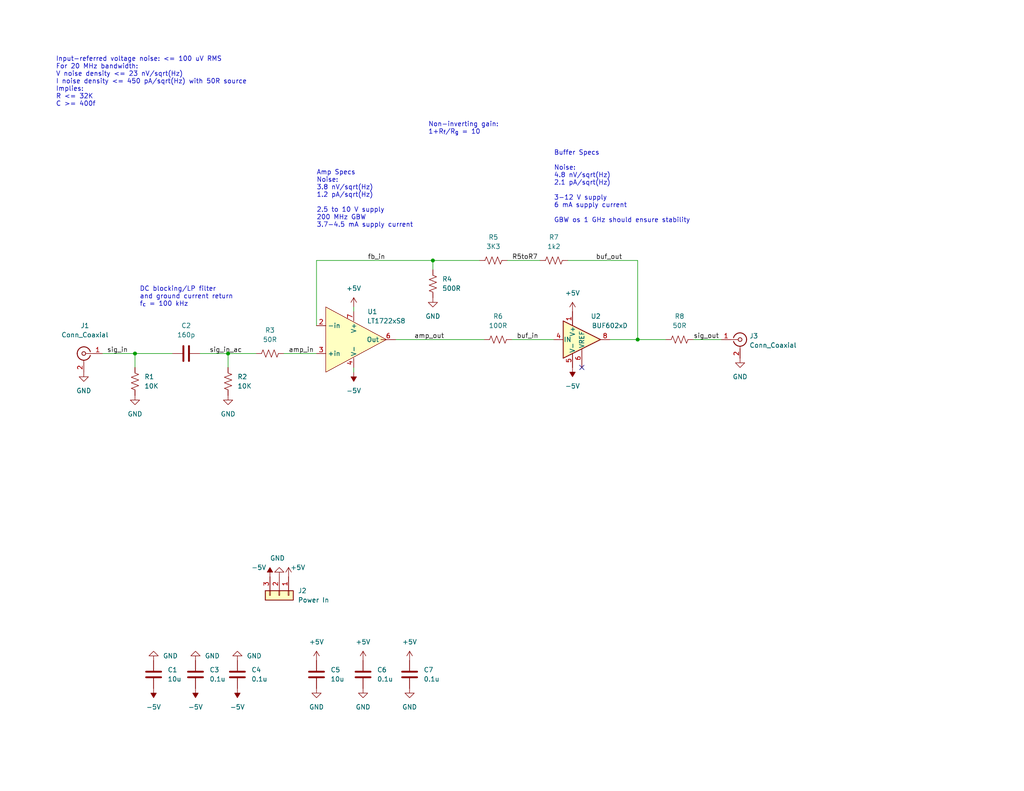
<source format=kicad_sch>
(kicad_sch (version 20211123) (generator eeschema)
  (paper "USLetter")
  (title_block (title "Low Noise Amplifier SMA 10x") (date "2022-03-03") (rev "0.1") (company "HugonLabs"))
  (lib_symbols
    (symbol "Amplifier_Buffer:BUF602xD" (pin_names (offset 0.127))
      (property "Reference" "U" (at 6.35 2.54 0))
      (property "Value" "BUF602xD" (at 7.62 -2.54 0))
      (symbol "BUF602xD_0_1"
        (polyline (pts (xy 5.08 0) (xy -5.08 5.08) (xy -5.08 -5.08) (xy 5.08 0)) (stroke (width 0.254)) (fill (type background)))
      )
      (symbol "BUF602xD_1_1"
        (pin power_in line (at -2.54 7.62 270) (length 3.81) (name "V+") (number "1"))
        (pin no_connect line (at -5.08 5.08 0) (length 2.54) hide (name "NC") (number "2"))
        (pin no_connect line (at -5.08 2.54 0) (length 2.54) hide (name "NC") (number "3"))
        (pin input line (at -7.62 0 0) (length 2.54) (name "IN") (number "4"))
        (pin power_in line (at -2.54 -7.62 90) (length 3.81) (name "V-") (number "5"))
        (pin output line (at 0 -7.62 90) (length 5.08) (name "VREF") (number "6"))
        (pin no_connect line (at -5.08 -2.54 0) (length 2.54) hide (name "NC") (number "7"))
        (pin output line (at 7.62 0 180) (length 2.54) (name "~") (number "8"))
      )
    )
    (symbol "Connector:Conn_Coaxial" (pin_names (offset 1.016) hide)
      (property "Reference" "J" (at 0.254 3.048 0))
      (property "Value" "Conn_Coaxial" (at 2.921 0 90))
      (symbol "Conn_Coaxial_0_1"
        (arc (start -1.778 -0.508) (mid 0.222 -1.808) (end 1.778 0) (stroke (width 0.254)))
        (polyline (pts (xy -2.54 0) (xy -0.508 0)))
        (polyline (pts (xy 0 -2.54) (xy 0 -1.778)))
        (circle (center 0 0) (radius 0.508) (stroke (width 0.2032)))
        (arc (start 1.778 0) (mid 0.222 1.8083) (end -1.778 0.508) (stroke (width 0.254)))
      )
      (symbol "Conn_Coaxial_1_1"
        (pin passive line (at -5.08 0 0) (length 2.54) (name "In") (number "1"))
        (pin passive line (at 0 -5.08 90) (length 2.54) (name "Ext") (number "2"))
      )
    )
    (symbol "Device:C" (pin_numbers hide) (pin_names (offset 0.254))
      (property "Reference" "C" (at 0.635 2.54 0))
      (property "Value" "C" (at 0.635 -2.54 0))
      (symbol "C_0_1"
        (polyline (pts (xy -2.032 -0.762) (xy 2.032 -0.762)) (stroke (width 0.508)))
        (polyline (pts (xy -2.032 0.762) (xy 2.032 0.762)) (stroke (width 0.508)))
      )
      (symbol "C_1_1"
        (pin passive line (at 0 3.81 270) (length 2.794) (name "~") (number "1"))
        (pin passive line (at 0 -3.81 90) (length 2.794) (name "~") (number "2"))
      )
    )
    (symbol "Device:R_US" (pin_numbers hide) (pin_names (offset 0))
      (property "Reference" "R" (at 2.54 0 90))
      (property "Value" "R_US" (at -2.54 0 90))
      (symbol "R_US_0_1"
        (polyline (pts (xy 0 -2.286) (xy 0 -2.54)))
        (polyline (pts (xy 0 2.286) (xy 0 2.54)))
        (polyline (pts (xy 0 -0.762) (xy 1.016 -1.143) (xy 0 -1.524) (xy -1.016 -1.905) (xy 0 -2.286)))
        (polyline (pts (xy 0 0.762) (xy 1.016 0.381) (xy 0 0) (xy -1.016 -0.381) (xy 0 -0.762)))
        (polyline (pts (xy 0 2.286) (xy 1.016 1.905) (xy 0 1.524) (xy -1.016 1.143) (xy 0 0.762)))
      )
      (symbol "R_US_1_1"
        (pin passive line (at 0 3.81 270) (length 1.27) (name "~") (number "1"))
        (pin passive line (at 0 -3.81 90) (length 1.27) (name "~") (number "2"))
      )
    )
    (symbol "New_Library:LT1722xS8"
      (property "Reference" "U" (at 2.54 8.89 0))
      (property "Value" "LT1722xS8" (at 2.54 11.43 0))
      (symbol "LT1722xS8_0_0"
        (pin no_connect non_logic (at 15.24 8.89 270) (length 2.54) hide (name "NC") (number "1"))
        (pin no_connect non_logic (at 22.86 8.89 270) (length 2.54) hide (name "NC") (number "5"))
        (pin no_connect non_logic (at 17.78 8.89 270) (length 2.54) hide (name "NC") (number "8"))
      )
      (symbol "LT1722xS8_0_1"
        (polyline (pts (xy -8.89 8.89) (xy 7.62 0) (xy -8.89 -8.89) (xy -8.89 8.89)) (fill (type background)))
      )
      (symbol "LT1722xS8_1_1"
        (pin input line (at -11.43 3.81 0) (length 2.54) (name "-in") (number "2"))
        (pin input line (at -11.43 -3.81 0) (length 2.54) (name "+in") (number "3"))
        (pin power_in line (at -1.27 -7.62 90) (length 2.54) (name "V-") (number "4"))
        (pin output line (at 10.16 0 180) (length 4) (name "Out") (number "6"))
        (pin power_in line (at -1.27 7.62 270) (length 2.54) (name "V+") (number "7"))
      )
    )
    (symbol "New_Library:Power-NanoFit-01x03" (pin_names (offset 1.016) hide)
      (property "Reference" "J" (at 0 5.08 0))
      (property "Value" "Power-NanoFit-01x03" (at 0 -5.08 0))
      (symbol "Power-NanoFit-01x03_1_1"
        (rectangle (start -1.27 -2.413) (end 0 -2.667) (stroke (width 0.1524)))
        (rectangle (start -1.27 0.127) (end 0 -0.127) (stroke (width 0.1524)))
        (rectangle (start -1.27 2.667) (end 0 2.413) (stroke (width 0.1524)))
        (rectangle (start -1.27 3.81) (end 1.27 -3.81) (stroke (width 0.254)) (fill (type background)))
        (pin power_out line (at -5.08 2.54 0) (length 3.81) (name "Pin_1") (number "1"))
        (pin power_out line (at -5.08 0 0) (length 3.81) (name "Pin_2") (number "2"))
        (pin power_out line (at -5.08 -2.54 0) (length 3.81) (name "Pin_3") (number "3"))
      )
    )
    (symbol "power:+5V" (power) (pin_names (offset 0))
      (property "Value" "+5V" (at 0 3.556 0))
      (symbol "+5V_0_1"
        (polyline (pts (xy -0.762 1.27) (xy 0 2.54)))
        (polyline (pts (xy 0 0) (xy 0 2.54)))
        (polyline (pts (xy 0 2.54) (xy 0.762 1.27)))
      )
      (symbol "+5V_1_1"
        (pin power_in line (at 0 0 90) (length 0) hide (name "+5V") (number "1"))
      )
    )
    (symbol "power:-5V" (power) (pin_names (offset 0))
      (property "Value" "-5V" (at 0 3.81 0))
      (symbol "-5V_0_0"
        (pin power_in line (at 0 0 90) (length 0) hide (name "-5V") (number "1"))
      )
      (symbol "-5V_0_1"
        (polyline (pts (xy 0 0) (xy 0 1.27) (xy 0.762 1.27) (xy 0 2.54) (xy -0.762 1.27) (xy 0 1.27)) (fill (type outline)))
      )
    )
    (symbol "power:GND" (power) (pin_names (offset 0))
      (property "Value" "GND" (at 0 -3.81 0))
      (symbol "GND_0_1"
        (polyline (pts (xy 0 0) (xy 0 -1.27) (xy 1.27 -1.27) (xy 0 -2.54) (xy -1.27 -1.27) (xy 0 -1.27)))
      )
      (symbol "GND_1_1"
        (pin power_in line (at 0 0 270) (length 0) hide (name "GND") (number "1"))
      )
    )
  )
  (junction (at 118.11 71.12))
  (junction (at 62.23 96.52))
  (junction (at 173.99 92.71))
  (junction (at 36.83 96.52))
  (no_connect (at 158.75 100.33))
  (wire (pts (xy 173.99 92.71) (xy 166.37 92.71)))
  (wire (pts (xy 173.99 92.71) (xy 181.61 92.71)))
  (wire (pts (xy 36.83 96.52) (xy 36.83 100.33)))
  (wire (pts (xy 77.47 96.52) (xy 86.36 96.52)))
  (wire (pts (xy 139.7 92.71) (xy 151.13 92.71)))
  (wire (pts (xy 107.95 92.71) (xy 132.08 92.71)))
  (wire (pts (xy 36.83 96.52) (xy 46.99 96.52)))
  (wire (pts (xy 118.11 71.12) (xy 130.81 71.12)))
  (wire (pts (xy 54.61 96.52) (xy 62.23 96.52)))
  (wire (pts (xy 86.36 71.12) (xy 118.11 71.12)))
  (wire (pts (xy 138.43 71.12) (xy 147.32 71.12)))
  (wire (pts (xy 118.11 73.66) (xy 118.11 71.12)))
  (wire (pts (xy 62.23 96.52) (xy 62.23 100.33)))
  (wire (pts (xy 62.23 96.52) (xy 69.85 96.52)))
  (wire (pts (xy 96.52 85.09) (xy 96.52 83.82)))
  (wire (pts (xy 189.23 92.71) (xy 196.85 92.71)))
  (wire (pts (xy 173.99 71.12) (xy 173.99 92.71)))
  (wire (pts (xy 86.36 88.9) (xy 86.36 71.12)))
  (wire (pts (xy 96.52 100.33) (xy 96.52 101.6)))
  (wire (pts (xy 154.94 71.12) (xy 173.99 71.12)))
  (wire (pts (xy 27.94 96.52) (xy 36.83 96.52)))
  (text "Amp Specs\nNoise:\n3.8 nV/sqrt(Hz)\n1.2 pA/sqrt(Hz)\n\n2.5 to 10 V supply\n200 MHz GBW\n3.7-4.5 mA supply current" (at 86.36 62.23 0) (effects (font (size 1.27 1.27)) (justify left bottom)))
  (text "DC blocking/LP filter\nand ground current return\nf_{c} = 100 kHz" (at 38.1 83.82 0) (effects (font (size 1.27 1.27)) (justify left bottom)))
  (text "Non-inverting gain:\n1+R_{f}/R_{g} = 10" (at 116.84 36.83 0) (effects (font (size 1.27 1.27)) (justify left bottom)))
  (text "Buffer Specs\n\nNoise:\n4.8 nV/sqrt(Hz)\n2.1 pA/sqrt(Hz)\n\n3-12 V supply\n6 mA supply current\n\nGBW os 1 GHz should ensure stability" (at 151.13 60.96 0) (effects (font (size 1.27 1.27)) (justify left bottom)))
  (text "Input-referred voltage noise: <= 100 uV RMS\nFor 20 MHz bandwidth:\nV noise density <= 23 nV/sqrt(Hz)\nI noise density <= 450 pA/sqrt(Hz) with 50R source\nImplies:\nR <= 32K\nC >= 400f\n" (at 15.24 29.21 0) (effects (font (size 1.27 1.27)) (justify left bottom)))
  (label "buf_in" (at 140.97 92.71 0))
  (label "sig_in" (at 29.21 96.52 0))
  (label "sig_in_ac" (at 57.15 96.52 0))
  (label "R5toR7" (at 139.7 71.12 0))
  (label "buf_out" (at 162.56 71.12 0))
  (label "amp_in" (at 78.74 96.52 0))
  (label "sig_out" (at 189.23 92.71 0))
  (label "amp_out" (at 113.03 92.71 0))
  (label "fb_in" (at 100.33 71.12 0))
  (symbol (lib_id "Device:C") (at 86.36 184.15 180) (unit 1)
    (property "Reference" "C5" (at 90.17 182.8799 0) (effects (justify right)))
    (property "Value" "10u" (at 90.17 185.4199 0) (effects (justify right)))
    (property "Footprint" "Capacitor_SMD:C_1206_3216Metric_Pad1.33x1.80mm_HandSolder" (effects hide))
    (property "Datasheet" "https://www.mouser.com/datasheet/2/585/MLCC-1837944.pdf" (effects hide))
    (property "Tol/Type" "5%/X5R" (effects hide))
    (property "Mfr" "Samsung" (effects hide))
    (property "Mfr Part" "CL31A106KAHNNNF" (effects hide))
  )
  (symbol (lib_id "power:GND") (at 76.2 157.48 180) (unit 1)
    (property "Reference" "#PWR011" (effects hide))
    (property "Value" "GND" (at 73.66 152.4 0) (effects (justify right)))
  )
  (symbol (lib_id "power:+5V") (at 78.74 157.48 0) (unit 1)
    (property "Reference" "#PWR012" (effects hide))
    (property "Value" "+5V" (at 81.28 154.94 0))
  )
  (symbol (lib_id "Device:C") (at 41.91 184.15 180) (unit 1)
    (property "Reference" "C1" (at 45.72 182.8799 0) (effects (justify right)))
    (property "Value" "10u" (at 45.72 185.4199 0) (effects (justify right)))
    (property "Footprint" "Capacitor_SMD:C_1206_3216Metric_Pad1.33x1.80mm_HandSolder" (effects hide))
    (property "Datasheet" "https://www.mouser.com/datasheet/2/585/MLCC-1837944.pdf" (effects hide))
    (property "Tol/Type" "5%/X5R" (effects hide))
    (property "Mfr" "Samsung" (effects hide))
    (property "Mfr Part" "CL31A106KAHNNNF" (effects hide))
  )
  (symbol (lib_id "power:+5V") (at 156.21 85.09 0) (unit 1)
    (property "Reference" "#PWR022" (effects hide))
    (property "Value" "+5V" (at 156.21 80.01 0))
  )
  (symbol (lib_id "power:GND") (at 86.36 187.96 0) (unit 1)
    (property "Reference" "#PWR014" (effects hide))
    (property "Value" "GND" (at 86.36 193.04 0))
  )
  (symbol (lib_id "Connector:Conn_Coaxial") (at 201.93 92.71 0) (unit 1)
    (property "Reference" "J3" (at 204.47 91.7331 0) (effects (justify left)))
    (property "Value" "Conn_Coaxial" (at 204.47 94.2731 0) (effects (justify left)))
    (property "Footprint" "Connector_Coaxial:SMA_Amphenol_132289_EdgeMount" (effects hide))
    (property "Datasheet" "https://www.mouser.com/datasheet/2/18/1/amphs06501_1-2259276.pdf" (effects hide))
    (property "Mfr" "Amphenol" (effects hide))
    (property "Mfr Part" "132289" (effects hide))
  )
  (symbol (lib_id "Device:R_US") (at 151.13 71.12 90) (unit 1)
    (property "Reference" "R7" (at 151.13 64.77 90))
    (property "Value" "1k2" (at 151.13 67.31 90))
    (property "Footprint" "Resistor_SMD:R_1206_3216Metric_Pad1.30x1.75mm_HandSolder" (effects hide))
    (property "Datasheet" "https://www.mouser.com/datasheet/2/427/crcwce3-1762584.pdf" (effects hide))
    (property "Mfr" "Vishay" (effects hide))
    (property "Mfr Part" "CRCW12061K20FKEAC" (effects hide))
    (property "Tol/Type" "1%" (effects hide))
  )
  (symbol (lib_id "power:GND") (at 118.11 81.28 0) (unit 1)
    (property "Reference" "#PWR021" (effects hide))
    (property "Value" "GND" (at 118.11 86.36 0))
  )
  (symbol (lib_id "power:+5V") (at 99.06 180.34 0) (unit 1)
    (property "Reference" "#PWR017" (effects hide))
    (property "Value" "+5V" (at 99.06 175.26 0))
  )
  (symbol (lib_id "power:+5V") (at 86.36 180.34 0) (unit 1)
    (property "Reference" "#PWR013" (effects hide))
    (property "Value" "+5V" (at 86.36 175.26 0))
  )
  (symbol (lib_id "Device:C") (at 64.77 184.15 180) (unit 1)
    (property "Reference" "C4" (at 68.58 182.8799 0) (effects (justify right)))
    (property "Value" "0.1u" (at 68.58 185.4199 0) (effects (justify right)))
    (property "Footprint" "Capacitor_SMD:C_1206_3216Metric_Pad1.33x1.80mm_HandSolder" (effects hide))
    (property "Datasheet" "https://www.mouser.com/datasheet/2/585/MLCC-1837944.pdf" (effects hide))
    (property "Tol/Type" "5%/X5R" (effects hide))
    (property "Mfr" "Samsung" (effects hide))
    (property "Mfr Part" "CL31B104KBCNNND" (effects hide))
  )
  (symbol (lib_id "power:-5V") (at 64.77 187.96 180) (unit 1)
    (property "Reference" "#PWR09" (effects hide))
    (property "Value" "-5V" (at 64.77 193.04 0))
  )
  (symbol (lib_id "Device:R_US") (at 62.23 104.14 0) (unit 1)
    (property "Reference" "R2" (at 64.77 102.8699 0) (effects (justify left)))
    (property "Value" "10K" (at 64.77 105.4099 0) (effects (justify left)))
    (property "Footprint" "Resistor_SMD:R_1206_3216Metric_Pad1.30x1.75mm_HandSolder" (effects hide))
    (property "Datasheet" "https://www.mouser.com/datasheet/2/427/crcwce3-1762584.pdf" (effects hide))
    (property "Tol/Type" "1%" (effects hide))
    (property "Mfr" "Vishay" (effects hide))
    (property "Mfr Part" "CRCW120610K0FKEBC" (effects hide))
  )
  (symbol (lib_id "power:GND") (at 99.06 187.96 0) (unit 1)
    (property "Reference" "#PWR018" (effects hide))
    (property "Value" "GND" (at 99.06 193.04 0))
  )
  (symbol (lib_id "power:-5V") (at 41.91 187.96 180) (unit 1)
    (property "Reference" "#PWR04" (effects hide))
    (property "Value" "-5V" (at 41.91 193.04 0))
  )
  (symbol (lib_id "power:GND") (at 41.91 180.34 180) (unit 1)
    (property "Reference" "#PWR03" (effects hide))
    (property "Value" "GND" (at 44.45 179.0699 0) (effects (justify right)))
  )
  (symbol (lib_id "power:GND") (at 53.34 180.34 180) (unit 1)
    (property "Reference" "#PWR05" (effects hide))
    (property "Value" "GND" (at 55.88 179.0699 0) (effects (justify right)))
  )
  (symbol (lib_id "Device:R_US") (at 73.66 96.52 90) (unit 1)
    (property "Reference" "R3" (at 73.66 90.17 90))
    (property "Value" "50R" (at 73.66 92.71 90))
    (property "Footprint" "Resistor_SMD:R_1206_3216Metric_Pad1.30x1.75mm_HandSolder" (effects hide))
    (property "Datasheet" "https://www.mouser.com/datasheet/2/427/crcwce3-1762584.pdf" (effects hide))
    (property "Tol/Type" "5%" (effects hide))
    (property "Mfr" "Vishay" (effects hide))
    (property "Mfr Part" "CRCW120649R9FKEAC" (effects hide))
  )
  (symbol (lib_id "power:GND") (at 111.76 187.96 0) (unit 1)
    (property "Reference" "#PWR020" (effects hide))
    (property "Value" "GND" (at 111.76 193.04 0))
  )
  (symbol (lib_id "power:GND") (at 62.23 107.95 0) (unit 1)
    (property "Reference" "#PWR07" (effects hide))
    (property "Value" "GND" (at 62.23 113.03 0))
  )
  (symbol (lib_id "power:GND") (at 22.86 101.6 0) (unit 1)
    (property "Reference" "#PWR01" (effects hide))
    (property "Value" "GND" (at 22.86 106.68 0))
  )
  (symbol (lib_id "power:-5V") (at 96.52 101.6 180) (unit 1)
    (property "Reference" "#PWR016" (effects hide))
    (property "Value" "-5V" (at 96.52 106.68 0))
  )
  (symbol (lib_id "Device:C") (at 111.76 184.15 180) (unit 1)
    (property "Reference" "C7" (at 115.57 182.8799 0) (effects (justify right)))
    (property "Value" "0.1u" (at 115.57 185.4199 0) (effects (justify right)))
    (property "Footprint" "Capacitor_SMD:C_1206_3216Metric_Pad1.33x1.80mm_HandSolder" (effects hide))
    (property "Datasheet" "https://www.mouser.com/datasheet/2/585/MLCC-1837944.pdf" (effects hide))
    (property "Tol/Type" "5%/X5R" (effects hide))
    (property "Mfr" "Samsung" (effects hide))
    (property "Mfr Part" "CL31B104KBCNNND" (effects hide))
  )
  (symbol (lib_id "Device:C") (at 50.8 96.52 90) (unit 1)
    (property "Reference" "C2" (at 50.8 88.9 90))
    (property "Value" "160p" (at 50.8 91.44 90))
    (property "Footprint" "Capacitor_SMD:C_1206_3216Metric_Pad1.33x1.80mm_HandSolder" (effects hide))
    (property "Datasheet" "https://www.mouser.com/datasheet/2/40/C0GNP0_Dielectric-951274.pdf" (effects hide))
    (property "Tol/Type" "5%/C0G" (effects hide))
    (property "Mfr" "Kyocera AVX" (effects hide))
    (property "Mfr Part" "12065A161JAT2A" (effects hide))
  )
  (symbol (lib_id "Amplifier_Buffer:BUF602xD") (at 158.75 92.71 0) (unit 1)
    (property "Reference" "U2" (at 162.56 86.36 0))
    (property "Value" "BUF602xD" (at 166.37 88.9 0))
    (property "Footprint" "Package_SO:SOIC-8_3.9x4.9mm_P1.27mm" (effects hide))
    (property "Datasheet" "http://www.ti.com/lit/ds/symlink/buf602.pdf" (effects hide))
    (property "Mfr" "Texas Instruments" (effects hide))
    (property "Mfr Part" "BUF602ID" (effects hide))
  )
  (symbol (lib_id "power:GND") (at 201.93 97.79 0) (unit 1)
    (property "Reference" "#PWR024" (effects hide))
    (property "Value" "GND" (at 201.93 102.87 0))
  )
  (symbol (lib_id "power:GND") (at 36.83 107.95 0) (unit 1)
    (property "Reference" "#PWR02" (effects hide))
    (property "Value" "GND" (at 36.83 113.03 0))
  )
  (symbol (lib_id "power:-5V") (at 53.34 187.96 180) (unit 1)
    (property "Reference" "#PWR06" (effects hide))
    (property "Value" "-5V" (at 53.34 193.04 0))
  )
  (symbol (lib_id "power:GND") (at 64.77 180.34 180) (unit 1)
    (property "Reference" "#PWR08" (effects hide))
    (property "Value" "GND" (at 67.31 179.0699 0) (effects (justify right)))
  )
  (symbol (lib_id "Device:R_US") (at 36.83 104.14 0) (unit 1)
    (property "Reference" "R1" (at 39.37 102.8699 0) (effects (justify left)))
    (property "Value" "10K" (at 39.37 105.4099 0) (effects (justify left)))
    (property "Footprint" "Resistor_SMD:R_1206_3216Metric_Pad1.30x1.75mm_HandSolder" (effects hide))
    (property "Datasheet" "https://www.mouser.com/datasheet/2/427/crcwce3-1762584.pdf" (effects hide))
    (property "Tol/Type" "1%" (effects hide))
    (property "Mfr" "Vishay" (effects hide))
    (property "Mfr Part" "CRCW120610K0FKEBC" (effects hide))
  )
  (symbol (lib_id "Device:C") (at 99.06 184.15 180) (unit 1)
    (property "Reference" "C6" (at 102.87 182.8799 0) (effects (justify right)))
    (property "Value" "0.1u" (at 102.87 185.4199 0) (effects (justify right)))
    (property "Footprint" "Capacitor_SMD:C_1206_3216Metric_Pad1.33x1.80mm_HandSolder" (effects hide))
    (property "Datasheet" "https://www.mouser.com/datasheet/2/585/MLCC-1837944.pdf" (effects hide))
    (property "Tol/Type" "5%/X5R" (effects hide))
    (property "Mfr" "Samsung" (effects hide))
    (property "Mfr Part" "CL31B104KBCNNND" (effects hide))
  )
  (symbol (lib_id "New_Library:Power-NanoFit-01x03") (at 76.2 162.56 270) (unit 1)
    (property "Reference" "J2" (at 81.28 161.2899 90) (effects (justify left)))
    (property "Value" "Power In" (at 81.28 163.8299 90) (effects (justify left)))
    (property "Footprint" "Connector_Molex:Molex_Nano-Fit_105313-xx03_1x03_P2.50mm_Horizontal" (effects hide))
    (property "Datasheet" "https://www.mouser.com/datasheet/2/276/1/1053131303_PCB_HEADERS-1373923.pdf" (effects hide))
    (property "Mfr" "Molex" (effects hide))
    (property "Mfr Part" "105313-1303" (effects hide))
  )
  (symbol (lib_id "power:+5V") (at 96.52 83.82 0) (unit 1)
    (property "Reference" "#PWR015" (effects hide))
    (property "Value" "+5V" (at 96.52 78.74 0))
  )
  (symbol (lib_id "power:-5V") (at 156.21 100.33 180) (unit 1)
    (property "Reference" "#PWR023" (effects hide))
    (property "Value" "-5V" (at 156.21 105.41 0))
  )
  (symbol (lib_id "Device:C") (at 53.34 184.15 180) (unit 1)
    (property "Reference" "C3" (at 57.15 182.8799 0) (effects (justify right)))
    (property "Value" "0.1u" (at 57.15 185.4199 0) (effects (justify right)))
    (property "Footprint" "Capacitor_SMD:C_1206_3216Metric_Pad1.33x1.80mm_HandSolder" (effects hide))
    (property "Datasheet" "https://www.mouser.com/datasheet/2/585/MLCC-1837944.pdf" (effects hide))
    (property "Tol/Type" "5%/X5R" (effects hide))
    (property "Mfr" "Samsung" (effects hide))
    (property "Mfr Part" "CL31B104KBCNNND" (effects hide))
  )
  (symbol (lib_id "Device:R_US") (at 118.11 77.47 180) (unit 1)
    (property "Reference" "R4" (at 120.65 76.1999 0) (effects (justify right)))
    (property "Value" "500R" (at 120.65 78.7399 0) (effects (justify right)))
    (property "Footprint" "Resistor_SMD:R_1206_3216Metric_Pad1.30x1.75mm_HandSolder" (effects hide))
    (property "Datasheet" "https://www.mouser.com/datasheet/2/427/crcwce3-1762584.pdf" (effects hide))
    (property "Tol/Type" "1%" (effects hide))
    (property "Mfr" "Vishay" (effects hide))
    (property "Mfr Part" "CRCW1206499RFKEAC " (effects hide))
  )
  (symbol (lib_id "Device:R_US") (at 135.89 92.71 90) (unit 1)
    (property "Reference" "R6" (at 135.89 86.36 90))
    (property "Value" "100R" (at 135.89 88.9 90))
    (property "Footprint" "Resistor_SMD:R_1206_3216Metric_Pad1.30x1.75mm_HandSolder" (effects hide))
    (property "Datasheet" "https://www.mouser.com/datasheet/2/427/crcwce3-1762584.pdf" (effects hide))
    (property "Tol/Type" "5%" (effects hide))
    (property "Mfr" "Vishay" (effects hide))
    (property "Mfr Part" "CRCW1206100RFKEAC " (effects hide))
  )
  (symbol (lib_id "Device:R_US") (at 134.62 71.12 90) (unit 1)
    (property "Reference" "R5" (at 134.62 64.77 90))
    (property "Value" "3K3" (at 134.62 67.31 90))
    (property "Footprint" "Resistor_SMD:R_1206_3216Metric_Pad1.30x1.75mm_HandSolder" (effects hide))
    (property "Datasheet" "https://www.mouser.com/datasheet/2/427/crcwce3-1762584.pdf" (effects hide))
    (property "Tol/Type" "1%" (effects hide))
    (property "Mfr" "Vishay" (effects hide))
    (property "Mfr Part" "CRCW12063K32FKEAC " (effects hide))
  )
  (symbol (lib_id "Device:R_US") (at 185.42 92.71 90) (unit 1)
    (property "Reference" "R8" (at 185.42 86.36 90))
    (property "Value" "50R" (at 185.42 88.9 90))
    (property "Footprint" "Resistor_SMD:R_1206_3216Metric_Pad1.30x1.75mm_HandSolder" (effects hide))
    (property "Datasheet" "https://www.mouser.com/datasheet/2/427/crcwce3-1762584.pdf" (effects hide))
    (property "Tol/Type" "5%" (effects hide))
    (property "Mfr" "Vishay" (effects hide))
    (property "Mfr Part" "CRCW120649R9FKEAC" (effects hide))
  )
  (symbol (lib_id "power:-5V") (at 73.66 157.48 0) (unit 1)
    (property "Reference" "#PWR010" (effects hide))
    (property "Value" "-5V" (at 68.58 154.94 0) (effects (justify left)))
  )
  (symbol (lib_id "Connector:Conn_Coaxial") (at 22.86 96.52 0) (mirror y) (unit 1)
    (property "Reference" "J1" (at 23.1774 88.9 0))
    (property "Value" "Conn_Coaxial" (at 23.1774 91.44 0))
    (property "Footprint" "Connector_Coaxial:SMA_Amphenol_132289_EdgeMount" (effects hide))
    (property "Datasheet" "https://www.mouser.com/datasheet/2/18/1/amphs06501_1-2259276.pdf" (effects hide))
    (property "Mfr" "Amphenol" (effects hide))
    (property "Mfr Part" "132289" (effects hide))
  )
  (symbol (lib_id "power:+5V") (at 111.76 180.34 0) (unit 1)
    (property "Reference" "#PWR019" (effects hide))
    (property "Value" "+5V" (at 111.76 175.26 0))
  )
  (symbol (lib_id "New_Library:LT1722xS8") (at 97.79 92.71 0) (unit 1)
    (property "Reference" "U1" (at 101.6 85.09 0))
    (property "Value" "LT1722xS8" (at 105.41 87.63 0))
    (property "Footprint" "Package_SO:SOIC-8_3.9x4.9mm_P1.27mm" (effects hide))
    (property "Datasheet" "https://www.analog.com/media/en/technical-documentation/data-sheets/172234fb.pdf" (effects hide))
    (property "Mfr" "Analog Devices" (effects hide))
    (property "Mfr Part" "LT1722CS8#PBF " (effects hide))
  )
)
</source>
